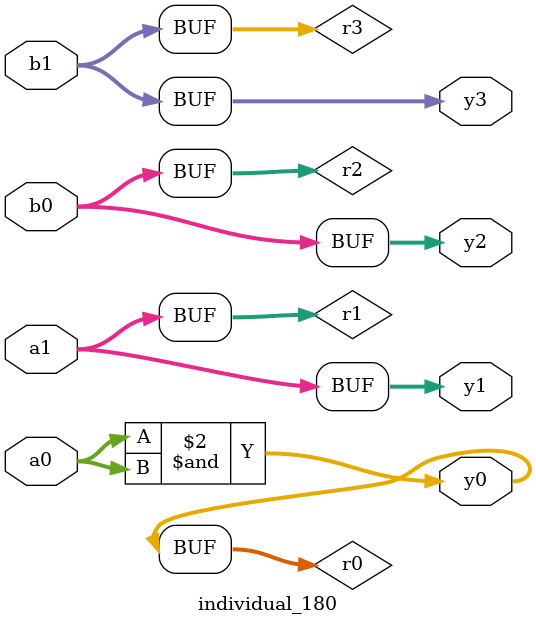
<source format=sv>
module individual_180(input logic [15:0] a1, input logic [15:0] a0, input logic [15:0] b1, input logic [15:0] b0, output logic [15:0] y3, output logic [15:0] y2, output logic [15:0] y1, output logic [15:0] y0);
logic [15:0] r0, r1, r2, r3; 
 always@(*) begin 
	 r0 = a0; r1 = a1; r2 = b0; r3 = b1; 
 	 r0  &=  r0 ;
 	 y3 = r3; y2 = r2; y1 = r1; y0 = r0; 
end
endmodule
</source>
